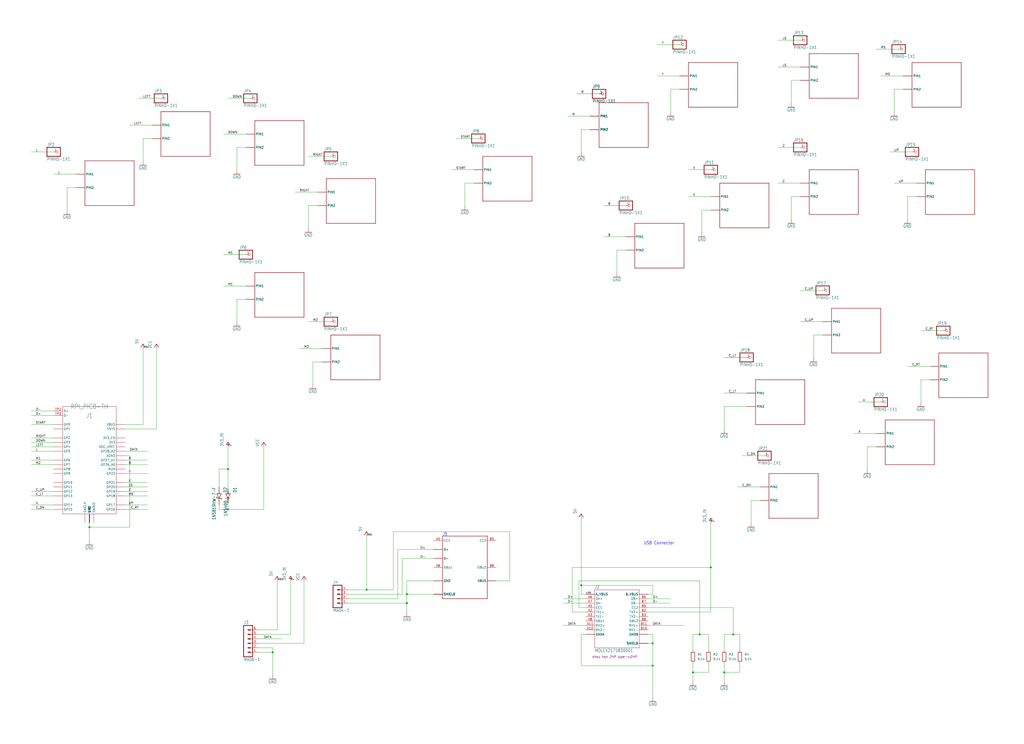
<source format=kicad_sch>
(kicad_sch (version 20231120) (generator "eeschema") (generator_version "8.0")
  (paper "User" 581.787 422.885)
  (lib_symbols
    (symbol "Device:R" (pin_numbers hide) (pin_names (offset 0))
      (property "Reference" "R" (at 2.032 0 90))
      (property "Value" "R" (at 0 0 90))
      (symbol "R_1_1"
        (pin passive line (at 0 3.81 270) (length 1.27) (name "~") (number "1"))
        (pin passive line (at 0 -3.81 90) (length 1.27) (name "~") (number "2"))
      )
    )
    (symbol "OF1 v1-eagle-import:+5V" (power)
      (property "Value" "+5V" (at -2.54 -5.08 90))
      (symbol "+5V_1_0"
        (pin power_in line (at 0 -2.54 90) (length 2.54) (name "+5V") (number "1"))
      )
    )
    (symbol "OF1 v1-eagle-import:1N5400"
      (property "Reference" "D" (at 2.54 0.4826 0))
      (property "Value" "1N5400" (at 2.54 -2.3114 0))
      (symbol "1N5400_1_0"
        (text "SpiceOrder 1" (at -2.54 0 0) (effects (font (size 0.4064 0.3454))))
        (text "SpiceOrder 2" (at 2.54 0 0) (effects (font (size 0.4064 0.3454))))
        (pin passive line (at -2.54 0 0) (length 0) (name "A") (number "A"))
        (pin passive line (at 2.54 0 180) (length 0) (name "C") (number "C"))
      )
    )
    (symbol "OF1 v1-eagle-import:1N5819HW-7-F"
      (property "Reference" "D" (at -5.08 2.54 0))
      (property "Value" "1N5819HW-7-F" (at -5.08 -3.81 0))
      (symbol "1N5819HW-7-F_1_0"
        (pin passive line (at -5.08 0 0) (length 2.54) (name "A") (number "A"))
        (pin passive line (at 5.08 0 180) (length 2.54) (name "K") (number "C"))
      )
    )
    (symbol "OF1 v1-eagle-import:GND" (power)
      (property "Value" "GND" (at -2.54 -2.54 0))
      (symbol "GND_1_0"
        (pin power_in line (at 0 2.54 270) (length 2.54) (name "GND") (number "1"))
      )
    )
    (symbol "OF1 v1-eagle-import:GT-USB-7010ASV"
      (symbol "GT-USB-7010ASV_1_0"
        (pin bidirectional line (at -10.16 -12.7 0) (length 5.08) (name "GND") (number "A1/B12"))
        (pin bidirectional line (at 25.4 -12.7 180) (length 5.08) (name "VBUS") (number "A4/B9"))
        (pin bidirectional line (at -10.16 10.16 0) (length 5.08) (name "CC1") (number "A5"))
        (pin bidirectional line (at -10.16 5.08 0) (length 5.08) (name "D+") (number "A6"))
        (pin bidirectional line (at -10.16 0 0) (length 5.08) (name "D-") (number "A7"))
        (pin bidirectional line (at -10.16 -5.08 0) (length 5.08) (name "SBU1") (number "A8"))
        (pin bidirectional line (at -10.16 -12.7 0) (length 5.08) (name "GND") (number "B1/A12"))
        (pin bidirectional line (at 25.4 -12.7 180) (length 5.08) (name "VBUS") (number "B4/A9"))
        (pin bidirectional line (at 25.4 10.16 180) (length 5.08) (name "CC2") (number "B5"))
        (pin bidirectional line (at -10.16 5.08 0) (length 5.08) (name "D+") (number "B6"))
        (pin bidirectional line (at -10.16 0 0) (length 5.08) (name "D-") (number "B7"))
        (pin bidirectional line (at 25.4 -5.08 180) (length 5.08) (name "SBU2") (number "B8"))
        (pin bidirectional line (at -10.16 -20.32 0) (length 5.08) (name "SHIELD") (number "SHIELD1"))
        (pin bidirectional line (at -10.16 -20.32 0) (length 5.08) (name "SHIELD") (number "SHIELD2"))
        (pin bidirectional line (at -10.16 -20.32 0) (length 5.08) (name "SHIELD") (number "SHIELD3"))
        (pin bidirectional line (at -10.16 -20.32 0) (length 5.08) (name "SHIELD") (number "SHIELD4"))
      )
    )
    (symbol "OF1 v1-eagle-import:MA04-1"
      (property "Reference" "SV" (at -1.27 5.842 0))
      (property "Value" "MA04-1" (at -1.27 -10.16 0))
      (symbol "MA04-1_1_0"
        (pin passive line (at 7.62 -5.08 180) (length 5.08) (name "1") (number "1"))
        (pin passive line (at 7.62 -2.54 180) (length 5.08) (name "2") (number "2"))
        (pin passive line (at 7.62 0 180) (length 5.08) (name "3") (number "3"))
        (pin passive line (at 7.62 2.54 180) (length 5.08) (name "4") (number "4"))
      )
    )
    (symbol "OF1 v1-eagle-import:MA06-1"
      (property "Reference" "SV" (at -1.27 8.382 0))
      (property "Value" "MA06-1" (at -1.27 -12.7 0))
      (symbol "MA06-1_1_0"
        (pin passive line (at 7.62 -7.62 180) (length 5.08) (name "1") (number "1"))
        (pin passive line (at 7.62 -5.08 180) (length 5.08) (name "2") (number "2"))
        (pin passive line (at 7.62 -2.54 180) (length 5.08) (name "3") (number "3"))
        (pin passive line (at 7.62 0 180) (length 5.08) (name "4") (number "4"))
        (pin passive line (at 7.62 2.54 180) (length 5.08) (name "5") (number "5"))
        (pin passive line (at 7.62 5.08 180) (length 5.08) (name "6") (number "6"))
      )
    )
    (symbol "OF1 v1-eagle-import:MOLEX2171830001"
      (property "Value" "MOLEX2171830001" (at -12.7103 -20.3344 0))
      (symbol "MOLEX2171830001_1_0"
        (pin passive line (at -17.78 -10.16 0) (length 5.08) (name "GNDA") (number "A1"))
        (pin passive line (at -17.78 -7.62 0) (length 5.08) (name "RX2-") (number "A10"))
        (pin passive line (at -17.78 -5.08 0) (length 5.08) (name "RX2+") (number "A11"))
        (pin passive line (at -17.78 -10.16 0) (length 5.08) (name "GNDA") (number "A12"))
        (pin passive line (at -17.78 2.54 0) (length 5.08) (name "TX1+") (number "A2"))
        (pin passive line (at -17.78 0 0) (length 5.08) (name "TX1-") (number "A3"))
        (pin passive line (at -17.78 12.7 0) (length 5.08) (name "A_VBUS") (number "A4"))
        (pin passive line (at -17.78 5.08 0) (length 5.08) (name "CC1") (number "A5"))
        (pin passive line (at -17.78 10.16 0) (length 5.08) (name "DA+") (number "A6"))
        (pin passive line (at -17.78 7.62 0) (length 5.08) (name "DA-") (number "A7"))
        (pin passive line (at -17.78 -2.54 0) (length 5.08) (name "SBU1") (number "A8"))
        (pin passive line (at -17.78 12.7 0) (length 5.08) (name "A_VBUS") (number "A9"))
        (pin passive line (at 17.78 -10.16 180) (length 5.08) (name "GNDB") (number "B1"))
        (pin passive line (at 17.78 -7.62 180) (length 5.08) (name "RX1-") (number "B10"))
        (pin passive line (at 17.78 -5.08 180) (length 5.08) (name "RX1+") (number "B11"))
        (pin passive line (at 17.78 -10.16 180) (length 5.08) (name "GNDB") (number "B12"))
        (pin passive line (at 17.78 2.54 180) (length 5.08) (name "TX2+") (number "B2"))
        (pin passive line (at 17.78 0 180) (length 5.08) (name "TX2-") (number "B3"))
        (pin passive line (at 17.78 12.7 180) (length 5.08) (name "B_VBUS") (number "B4"))
        (pin passive line (at 17.78 5.08 180) (length 5.08) (name "CC2") (number "B5"))
        (pin passive line (at 17.78 10.16 180) (length 5.08) (name "DB+") (number "B6"))
        (pin passive line (at 17.78 7.62 180) (length 5.08) (name "DB-") (number "B7"))
        (pin passive line (at 17.78 -2.54 180) (length 5.08) (name "SBU2") (number "B8"))
        (pin passive line (at 17.78 12.7 180) (length 5.08) (name "B_VBUS") (number "B9"))
        (pin passive line (at 17.78 -15.24 180) (length 5.08) (name "SHIELD") (number "SHIELD1"))
        (pin passive line (at 17.78 -15.24 180) (length 5.08) (name "SHIELD") (number "SHIELD2"))
        (pin passive line (at 17.78 -15.24 180) (length 5.08) (name "SHIELD") (number "SHIELD3"))
        (pin passive line (at 17.78 -15.24 180) (length 5.08) (name "SHIELD") (number "SHIELD4"))
      )
    )
    (symbol "OF1 v1-eagle-import:MX-B"
      (symbol "MX-B_1_0"
        (pin bidirectional line (at -83.82 7.62 0) (length 5.08) (name "PIN2") (number "P$1"))
        (pin bidirectional line (at -83.82 15.24 0) (length 5.08) (name "PIN1") (number "P$2"))
        (pin bidirectional line (at -83.82 15.24 0) (length 5.08) (name "PIN1") (number "P$3"))
        (pin bidirectional line (at -83.82 7.62 0) (length 5.08) (name "PIN2") (number "P$4"))
      )
    )
    (symbol "OF1 v1-eagle-import:PINHD-1X1"
      (property "Reference" "JP" (at -6.35 3.175 0))
      (property "Value" "PINHD-1X1" (at -6.35 -5.08 0))
      (symbol "PINHD-1X1_1_0"
        (pin passive inverted (at -2.54 0 0) (length 2.54) (name "1") (number "1"))
      )
    )
    (symbol "OF1 v1-eagle-import:RPI_PICO-TH"
      (property "Value" "RPI_PICO-TH" (at 0 43.18 0))
      (symbol "RPI_PICO-TH_1_0"
        (pin bidirectional line (at 20.32 15.24 180) (length 5.08) (name "3V3") (number "3V3"))
        (pin bidirectional line (at 20.32 17.78 180) (length 5.08) (name "3V3_EN") (number "3V3_EN"))
        (pin bidirectional line (at 20.32 12.7 180) (length 5.08) (name "ADC_VREF") (number "ADC_VREF"))
        (pin bidirectional line (at 20.32 7.62 180) (length 5.08) (name "AGND") (number "AGND"))
        (pin bidirectional line (at 0 -30.48 90) (length 5.08) (name "GND") (number "GND@1"))
        (pin bidirectional line (at 0 -30.48 90) (length 5.08) (name "GND") (number "GND@2"))
        (pin bidirectional line (at 0 -30.48 90) (length 5.08) (name "GND") (number "GND@3"))
        (pin bidirectional line (at 0 -30.48 90) (length 5.08) (name "GND") (number "GND@4"))
        (pin bidirectional line (at 0 -30.48 90) (length 5.08) (name "GND") (number "GND@5"))
        (pin bidirectional line (at 0 -30.48 90) (length 5.08) (name "GND") (number "GND@6"))
        (pin bidirectional line (at 0 -30.48 90) (length 5.08) (name "GND") (number "GND@7"))
        (pin bidirectional line (at 0 -30.48 90) (length 5.08) (name "GND") (number "GND@8"))
        (pin bidirectional line (at -20.32 25.4 0) (length 5.08) (name "GP0") (number "GP0"))
        (pin bidirectional line (at -20.32 22.86 0) (length 5.08) (name "GP1") (number "GP1"))
        (pin bidirectional line (at -20.32 -7.62 0) (length 5.08) (name "GP10") (number "GP10"))
        (pin bidirectional line (at -20.32 -10.16 0) (length 5.08) (name "GP11") (number "GP11"))
        (pin bidirectional line (at -20.32 -12.7 0) (length 5.08) (name "GP12") (number "GP12"))
        (pin bidirectional line (at -20.32 -15.24 0) (length 5.08) (name "GP13") (number "GP13"))
        (pin bidirectional line (at -20.32 -20.32 0) (length 5.08) (name "GP14") (number "GP14"))
        (pin bidirectional line (at -20.32 -22.86 0) (length 5.08) (name "GP15") (number "GP15"))
        (pin bidirectional line (at 20.32 -22.86 180) (length 5.08) (name "GP16") (number "GP16"))
        (pin bidirectional line (at 20.32 -20.32 180) (length 5.08) (name "GP17") (number "GP17"))
        (pin bidirectional line (at 20.32 -15.24 180) (length 5.08) (name "GP18") (number "GP18"))
        (pin bidirectional line (at 20.32 -12.7 180) (length 5.08) (name "GP19") (number "GP19"))
        (pin bidirectional line (at -20.32 17.78 0) (length 5.08) (name "GP2") (number "GP2"))
        (pin bidirectional line (at 20.32 -10.16 180) (length 5.08) (name "GP20") (number "GP20"))
        (pin bidirectional line (at 20.32 -7.62 180) (length 5.08) (name "GP21") (number "GP21"))
        (pin bidirectional line (at 20.32 -2.54 180) (length 5.08) (name "GP22") (number "GP22"))
        (pin bidirectional line (at 20.32 2.54 180) (length 5.08) (name "GP26_A0") (number "GP26_A0"))
        (pin bidirectional line (at 20.32 5.08 180) (length 5.08) (name "GP27_A1") (number "GP27_A1"))
        (pin bidirectional line (at 20.32 10.16 180) (length 5.08) (name "GP28_A2") (number "GP28_A2"))
        (pin bidirectional line (at -20.32 15.24 0) (length 5.08) (name "GP3") (number "GP3"))
        (pin bidirectional line (at -20.32 12.7 0) (length 5.08) (name "GP4") (number "GP4"))
        (pin bidirectional line (at -20.32 10.16 0) (length 5.08) (name "GP5") (number "GP5"))
        (pin bidirectional line (at -20.32 5.08 0) (length 5.08) (name "GP6") (number "GP6"))
        (pin bidirectional line (at -20.32 2.54 0) (length 5.08) (name "GP7") (number "GP7"))
        (pin bidirectional line (at -20.32 0 0) (length 5.08) (name "GP8") (number "GP8"))
        (pin bidirectional line (at -20.32 -2.54 0) (length 5.08) (name "GP9") (number "GP9"))
        (pin bidirectional line (at 20.32 0 180) (length 5.08) (name "RUN") (number "RUN"))
        (pin bidirectional line (at -2.54 -30.48 90) (length 5.08) (name "SWCLK") (number "SWCLK"))
        (pin bidirectional line (at 2.54 -30.48 90) (length 5.08) (name "SWDIO") (number "SWDIO"))
        (pin bidirectional line (at -20.32 33.02 0) (length 5.08) (name "D+") (number "TP2"))
        (pin bidirectional line (at -20.32 30.48 0) (length 5.08) (name "D-") (number "TP3"))
        (pin bidirectional line (at 20.32 25.4 180) (length 5.08) (name "VBUS") (number "VBUS"))
        (pin bidirectional line (at 20.32 22.86 180) (length 5.08) (name "VSYS") (number "VSYS"))
      )
    )
    (symbol "OF1 v1-eagle-import:V+" (power)
      (property "Value" "V+" (at -2.54 -2.54 90))
      (symbol "V+_1_0"
        (pin power_in line (at 0 -2.54 90) (length 2.54) (name "V+") (number "1"))
      )
    )
    (symbol "OF1 v1-eagle-import:VCC" (power)
      (property "Value" "VCC" (at -2.54 -2.54 90))
      (symbol "VCC_1_0"
        (pin power_in line (at 0 -2.54 90) (length 2.54) (name "VCC") (number "1"))
      )
    )
  )
  (junction (at 403.86 322.58))
  (junction (at 231.14 337.82))
  (junction (at 370.84 378.46))
  (junction (at 129.54 266.7))
  (junction (at 129.54 289.56))
  (junction (at 330.2 332.74))
  (junction (at 411.48 382.27))
  (junction (at 397.51 360.68))
  (junction (at 416.56 360.68))
  (junction (at 393.7 382.27))
  (junction (at 50.8 299.72))
  (junction (at 370.84 365.76))
  (junction (at 154.94 370.84))
  (junction (at 208.28 335.28))
  (junction (at 231.14 342.9))
  (wire (pts (xy 370.84 360.68) (xy 370.84 365.76)))
  (wire (pts (xy 454.66 104.14) (xy 441.96 104.14)))
  (wire (pts (xy 513.08 50.8) (xy 508 50.8)))
  (wire (pts (xy 81.28 78.74) (xy 81.28 91.44)))
  (wire (pts (xy 325.12 347.98) (xy 332.74 347.98)))
  (wire (pts (xy 182.88 205.74) (xy 177.8 205.74)))
  (wire (pts (xy 139.7 170.18) (xy 134.62 170.18)))
  (wire (pts (xy 246.38 337.82) (xy 231.14 337.82)))
  (wire (pts (xy 355.6 116.84) (xy 342.9 116.84)))
  (wire (pts (xy 520.7 111.76) (xy 515.62 111.76)))
  (wire (pts (xy 38.1 106.68) (xy 38.1 119.38)))
  (wire (pts (xy 424.18 231.14) (xy 411.48 231.14)))
  (wire (pts (xy 223.52 302.26) (xy 289.56 302.26)))
  (wire (pts (xy 370.84 332.74) (xy 370.84 337.82)))
  (wire (pts (xy 449.58 45.72) (xy 449.58 58.42)))
  (wire (pts (xy 420.37 377.19) (xy 420.37 382.27)))
  (wire (pts (xy 231.14 330.2) (xy 246.38 330.2)))
  (wire (pts (xy 454.66 111.76) (xy 449.58 111.76)))
  (wire (pts (xy 154.94 370.84) (xy 154.94 383.54)))
  (wire (pts (xy 165.1 360.68) (xy 147.32 360.68)))
  (wire (pts (xy 370.84 337.82) (xy 368.3 337.82)))
  (wire (pts (xy 416.56 360.68) (xy 420.37 360.68)))
  (wire (pts (xy 320.04 340.36) (xy 332.74 340.36)))
  (wire (pts (xy 289.56 302.26) (xy 289.56 330.2)))
  (wire (pts (xy 328.93 330.2) (xy 397.51 330.2)))
  (wire (pts (xy 182.88 198.12) (xy 170.18 198.12)))
  (wire (pts (xy 129.54 289.56) (xy 124.46 289.56)))
  (wire (pts (xy 289.56 330.2) (xy 281.94 330.2)))
  (wire (pts (xy 147.32 363.22) (xy 160.02 363.22)))
  (wire (pts (xy 411.48 360.68) (xy 416.56 360.68)))
  (wire (pts (xy 368.3 340.36) (xy 381 340.36)))
  (wire (pts (xy 142.24 55.88) (xy 129.54 55.88)))
  (wire (pts (xy 332.74 345.44) (xy 328.93 345.44)))
  (wire (pts (xy 403.86 119.38) (xy 398.78 119.38)))
  (wire (pts (xy 43.18 99.06) (xy 30.48 99.06)))
  (wire (pts (xy 154.94 368.3) (xy 154.94 370.84)))
  (wire (pts (xy 30.48 281.94) (xy 17.78 281.94)))
  (wire (pts (xy 368.3 342.9) (xy 381 342.9)))
  (wire (pts (xy 492.76 254) (xy 492.76 266.7)))
  (wire (pts (xy 269.24 104.14) (xy 264.16 104.14)))
  (wire (pts (xy 403.86 297.18) (xy 403.86 322.58)))
  (wire (pts (xy 175.26 116.84) (xy 175.26 129.54)))
  (wire (pts (xy 350.52 142.24) (xy 350.52 154.94)))
  (wire (pts (xy 398.78 119.38) (xy 398.78 132.08)))
  (wire (pts (xy 30.48 248.92) (xy 17.78 248.92)))
  (wire (pts (xy 228.6 317.5) (xy 246.38 317.5)))
  (wire (pts (xy 177.8 205.74) (xy 177.8 218.44)))
  (wire (pts (xy 30.48 251.46) (xy 17.78 251.46)))
  (wire (pts (xy 424.18 203.2) (xy 411.48 203.2)))
  (wire (pts (xy 420.37 360.68) (xy 420.37 369.57)))
  (wire (pts (xy 402.59 377.19) (xy 402.59 382.27)))
  (wire (pts (xy 381 50.8) (xy 381 63.5)))
  (wire (pts (xy 454.66 45.72) (xy 449.58 45.72)))
  (wire (pts (xy 226.06 340.36) (xy 198.12 340.36)))
  (wire (pts (xy 467.36 165.1) (xy 454.66 165.1)))
  (wire (pts (xy 83.82 276.86) (xy 71.12 276.86)))
  (wire (pts (xy 397.51 330.2) (xy 397.51 360.68)))
  (wire (pts (xy 497.84 246.38) (xy 485.14 246.38)))
  (wire (pts (xy 403.86 111.76) (xy 391.16 111.76)))
  (wire (pts (xy 355.6 134.62) (xy 342.9 134.62)))
  (wire (pts (xy 81.28 198.12) (xy 81.28 241.3)))
  (wire (pts (xy 124.46 289.56) (xy 124.46 287.02)))
  (wire (pts (xy 180.34 109.22) (xy 167.64 109.22)))
  (wire (pts (xy 320.04 342.9) (xy 332.74 342.9)))
  (wire (pts (xy 73.66 259.08) (xy 73.66 299.72)))
  (wire (pts (xy 134.62 170.18) (xy 134.62 182.88)))
  (wire (pts (xy 50.8 297.18) (xy 50.8 299.72)))
  (wire (pts (xy 208.28 335.28) (xy 223.52 335.28)))
  (wire (pts (xy 165.1 330.2) (xy 165.1 360.68)))
  (wire (pts (xy 426.72 284.48) (xy 426.72 297.18)))
  (wire (pts (xy 88.9 243.84) (xy 71.12 243.84)))
  (wire (pts (xy 325.12 322.58) (xy 325.12 347.98)))
  (wire (pts (xy 50.8 299.72) (xy 50.8 307.34)))
  (wire (pts (xy 124.46 266.7) (xy 124.46 276.86)))
  (wire (pts (xy 449.58 111.76) (xy 449.58 124.46)))
  (wire (pts (xy 431.8 284.48) (xy 426.72 284.48)))
  (wire (pts (xy 30.48 241.3) (xy 17.78 241.3)))
  (wire (pts (xy 86.36 78.74) (xy 81.28 78.74)))
  (wire (pts (xy 402.59 382.27) (xy 393.7 382.27)))
  (wire (pts (xy 355.6 142.24) (xy 350.52 142.24)))
  (wire (pts (xy 147.32 370.84) (xy 154.94 370.84)))
  (wire (pts (xy 226.06 312.42) (xy 246.38 312.42)))
  (wire (pts (xy 515.62 111.76) (xy 515.62 124.46)))
  (wire (pts (xy 518.16 86.36) (xy 505.46 86.36)))
  (wire (pts (xy 411.48 360.68) (xy 411.48 369.57)))
  (wire (pts (xy 332.74 360.68) (xy 330.2 360.68)))
  (wire (pts (xy 271.78 78.74) (xy 259.08 78.74)))
  (wire (pts (xy 172.72 330.2) (xy 172.72 365.76)))
  (wire (pts (xy 83.82 279.4) (xy 71.12 279.4)))
  (wire (pts (xy 30.48 287.02) (xy 17.78 287.02)))
  (wire (pts (xy 228.6 337.82) (xy 198.12 337.82)))
  (wire (pts (xy 187.96 182.88) (xy 175.26 182.88)))
  (wire (pts (xy 129.54 266.7) (xy 129.54 279.4)))
  (wire (pts (xy 83.82 274.32) (xy 71.12 274.32)))
  (wire (pts (xy 411.48 377.19) (xy 411.48 382.27)))
  (wire (pts (xy 510.54 27.94) (xy 497.84 27.94)))
  (wire (pts (xy 330.2 294.64) (xy 330.2 332.74)))
  (wire (pts (xy 454.66 83.82) (xy 441.96 83.82)))
  (wire (pts (xy 528.32 208.28) (xy 515.62 208.28)))
  (wire (pts (xy 226.06 340.36) (xy 226.06 312.42)))
  (wire (pts (xy 420.37 382.27) (xy 411.48 382.27)))
  (wire (pts (xy 30.48 289.56) (xy 17.78 289.56)))
  (wire (pts (xy 231.14 342.9) (xy 198.12 342.9)))
  (wire (pts (xy 88.9 198.12) (xy 88.9 243.84)))
  (wire (pts (xy 83.82 261.62) (xy 71.12 261.62)))
  (wire (pts (xy 30.48 86.36) (xy 17.78 86.36)))
  (wire (pts (xy 368.3 355.6) (xy 388.62 355.6)))
  (wire (pts (xy 71.12 259.08) (xy 73.66 259.08)))
  (wire (pts (xy 424.18 223.52) (xy 411.48 223.52)))
  (wire (pts (xy 386.08 25.4) (xy 373.38 25.4)))
  (wire (pts (xy 71.12 256.54) (xy 83.82 256.54)))
  (wire (pts (xy 91.44 55.88) (xy 78.74 55.88)))
  (wire (pts (xy 157.48 358.14) (xy 147.32 358.14)))
  (wire (pts (xy 340.36 53.34) (xy 327.66 53.34)))
  (wire (pts (xy 332.74 337.82) (xy 330.2 337.82)))
  (wire (pts (xy 434.34 259.08) (xy 421.64 259.08)))
  (wire (pts (xy 139.7 162.56) (xy 127 162.56)))
  (wire (pts (xy 30.48 264.16) (xy 17.78 264.16)))
  (wire (pts (xy 368.3 365.76) (xy 370.84 365.76)))
  (wire (pts (xy 83.82 281.94) (xy 71.12 281.94)))
  (wire (pts (xy 411.48 382.27) (xy 411.48 387.35)))
  (wire (pts (xy 129.54 289.56) (xy 149.86 289.56)))
  (wire (pts (xy 129.54 254) (xy 129.54 266.7)))
  (wire (pts (xy 231.14 342.9) (xy 231.14 347.98)))
  (wire (pts (xy 83.82 269.24) (xy 71.12 269.24)))
  (wire (pts (xy 403.86 96.52) (xy 391.16 96.52)))
  (wire (pts (xy 386.08 50.8) (xy 381 50.8)))
  (wire (pts (xy 147.32 368.3) (xy 154.94 368.3)))
  (wire (pts (xy 335.28 73.66) (xy 330.2 73.66)))
  (wire (pts (xy 223.52 335.28) (xy 223.52 302.26)))
  (wire (pts (xy 467.36 190.5) (xy 462.28 190.5)))
  (wire (pts (xy 129.54 266.7) (xy 124.46 266.7)))
  (wire (pts (xy 30.48 236.22) (xy 17.78 236.22)))
  (wire (pts (xy 500.38 228.6) (xy 487.68 228.6)))
  (wire (pts (xy 330.2 332.74) (xy 370.84 332.74)))
  (wire (pts (xy 30.48 256.54) (xy 17.78 256.54)))
  (wire (pts (xy 264.16 104.14) (xy 264.16 116.84)))
  (wire (pts (xy 403.86 322.58) (xy 325.12 322.58)))
  (wire (pts (xy 403.86 322.58) (xy 403.86 347.98)))
  (wire (pts (xy 149.86 254) (xy 149.86 289.56)))
  (wire (pts (xy 228.6 317.5) (xy 228.6 337.82)))
  (wire (pts (xy 43.18 106.68) (xy 38.1 106.68)))
  (wire (pts (xy 83.82 264.16) (xy 71.12 264.16)))
  (wire (pts (xy 139.7 144.78) (xy 127 144.78)))
  (wire (pts (xy 157.48 330.2) (xy 157.48 358.14)))
  (wire (pts (xy 172.72 365.76) (xy 147.32 365.76)))
  (wire (pts (xy 139.7 83.82) (xy 134.62 83.82)))
  (wire (pts (xy 508 50.8) (xy 508 63.5)))
  (wire (pts (xy 393.7 360.68) (xy 397.51 360.68)))
  (wire (pts (xy 431.8 276.86) (xy 419.1 276.86)))
  (wire (pts (xy 454.66 38.1) (xy 441.96 38.1)))
  (wire (pts (xy 416.56 345.44) (xy 416.56 360.68)))
  (wire (pts (xy 402.59 360.68) (xy 402.59 369.57)))
  (wire (pts (xy 83.82 287.02) (xy 71.12 287.02)))
  (wire (pts (xy 368.3 360.68) (xy 370.84 360.68)))
  (wire (pts (xy 523.24 215.9) (xy 523.24 228.6)))
  (wire (pts (xy 30.48 233.68) (xy 17.78 233.68)))
  (wire (pts (xy 330.2 360.68) (xy 330.2 378.46)))
  (wire (pts (xy 139.7 76.2) (xy 127 76.2)))
  (wire (pts (xy 370.84 365.76) (xy 370.84 378.46)))
  (wire (pts (xy 462.28 190.5) (xy 462.28 203.2)))
  (wire (pts (xy 528.32 215.9) (xy 523.24 215.9)))
  (wire (pts (xy 30.48 279.4) (xy 17.78 279.4)))
  (wire (pts (xy 81.28 241.3) (xy 71.12 241.3)))
  (wire (pts (xy 231.14 330.2) (xy 231.14 337.82)))
  (wire (pts (xy 129.54 284.48) (xy 129.54 289.56)))
  (wire (pts (xy 467.36 182.88) (xy 454.66 182.88)))
  (wire (pts (xy 269.24 96.52) (xy 256.54 96.52)))
  (wire (pts (xy 535.94 187.96) (xy 523.24 187.96)))
  (wire (pts (xy 393.7 377.19) (xy 393.7 382.27)))
  (wire (pts (xy 208.28 304.8) (xy 208.28 335.28)))
  (wire (pts (xy 71.12 289.56) (xy 83.82 289.56)))
  (wire (pts (xy 208.28 335.28) (xy 198.12 335.28)))
  (wire (pts (xy 403.86 347.98) (xy 368.3 347.98)))
  (wire (pts (xy 520.7 104.14) (xy 508 104.14)))
  (wire (pts (xy 320.04 355.6) (xy 332.74 355.6)))
  (wire (pts (xy 411.48 231.14) (xy 411.48 243.84)))
  (wire (pts (xy 231.14 337.82) (xy 231.14 342.9)))
  (wire (pts (xy 134.62 83.82) (xy 134.62 96.52)))
  (wire (pts (xy 368.3 345.44) (xy 416.56 345.44)))
  (wire (pts (xy 86.36 71.12) (xy 73.66 71.12)))
  (wire (pts (xy 397.51 360.68) (xy 402.59 360.68)))
  (wire (pts (xy 330.2 337.82) (xy 330.2 332.74)))
  (wire (pts (xy 335.28 66.04) (xy 322.58 66.04)))
  (wire (pts (xy 187.96 88.9) (xy 175.26 88.9)))
  (wire (pts (xy 370.84 378.46) (xy 370.84 396.24)))
  (wire (pts (xy 30.48 261.62) (xy 17.78 261.62)))
  (wire (pts (xy 393.7 360.68) (xy 393.7 369.57)))
  (wire (pts (xy 513.08 43.18) (xy 500.38 43.18)))
  (wire (pts (xy 454.66 22.86) (xy 441.96 22.86)))
  (wire (pts (xy 497.84 254) (xy 492.76 254)))
  (wire (pts (xy 180.34 116.84) (xy 175.26 116.84)))
  (wire (pts (xy 330.2 73.66) (xy 330.2 86.36)))
  (wire (pts (xy 393.7 382.27) (xy 393.7 387.35)))
  (wire (pts (xy 73.66 299.72) (xy 50.8 299.72)))
  (wire (pts (xy 330.2 378.46) (xy 370.84 378.46)))
  (wire (pts (xy 328.93 345.44) (xy 328.93 330.2)))
  (wire (pts (xy 30.48 254) (xy 17.78 254)))
  (wire (pts (xy 386.08 43.18) (xy 373.38 43.18)))
  (text "J5" (at 251.46 304.8 0) (effects (font (size 1.778 1.5113)) (justify left bottom)))
  (text "USB Connector" (at 365.76 309.88 0) (effects (font (size 1.778 1.5113)) (justify left bottom)))
  (label "LEFT" (at 20.32 254 0) (effects (font (size 1.2446 1.2446))))
  (label "START" (at 261.62 78.74 0) (effects (font (size 1.2446 1.2446))))
  (label "R" (at 73.025 261.62 0) (effects (font (size 1.2446 1.2446))))
  (label "START" (at 20.32 241.3 0) (effects (font (size 1.2446 1.2446))))
  (label "D+" (at 322.58 340.36 0) (effects (font (size 1.2446 1.2446))))
  (label "M2" (at 172.72 198.12 0) (effects (font (size 1.2446 1.2446))))
  (label "LEFT" (at 76.2 71.12 0) (effects (font (size 1.2446 1.2446))))
  (label "C_DN" (at 424.18 259.08 0) (effects (font (size 1.2446 1.2446))))
  (label "C_UP" (at 457.2 182.88 0) (effects (font (size 1.2446 1.2446))))
  (label "DOWN" (at 20.32 251.46 0) (effects (font (size 1.2446 1.2446))))
  (label "DOWN" (at 129.54 76.2 0) (effects (font (size 1.2446 1.2446))))
  (label "L" (at 20.32 86.36 0) (effects (font (size 1.2446 1.2446))))
  (label "D-" (at 322.58 342.9 0) (effects (font (size 1.2446 1.2446))))
  (label "B" (at 345.44 134.62 0) (effects (font (size 1.2446 1.2446))))
  (label "DATA" (at 149.86 363.22 0) (effects (font (size 1.2446 1.2446))))
  (label "M2" (at 20.32 264.16 0) (effects (font (size 1.2446 1.2446))))
  (label "+5V" (at 81.28 198.12 0) (effects (font (size 1.016 1.016))))
  (label "Y" (at 375.92 25.4 0) (effects (font (size 1.2446 1.2446))))
  (label "DATA" (at 370.84 355.6 0) (effects (font (size 1.2446 1.2446))))
  (label "C_LT" (at 414.02 223.52 0) (effects (font (size 1.2446 1.2446))))
  (label "M1" (at 20.32 261.62 0) (effects (font (size 1.2446 1.2446))))
  (label "B" (at 73.025 264.16 0) (effects (font (size 1.2446 1.2446))))
  (label "D-" (at 238.76 317.5 0) (effects (font (size 1.2446 1.2446))))
  (label "C_LT" (at 20.32 281.94 0) (effects (font (size 1.2446 1.2446))))
  (label "X" (at 73.025 274.32 0) (effects (font (size 1.2446 1.2446))))
  (label "MS" (at 73.025 281.94 0) (effects (font (size 1.2446 1.2446))))
  (label "Z" (at 73.025 279.4 0) (effects (font (size 1.2446 1.2446))))
  (label "C_UP" (at 20.32 279.4 0) (effects (font (size 1.2446 1.2446))))
  (label "DATA" (at 322.58 355.6 0) (effects (font (size 1.2446 1.2446))))
  (label "+5V" (at 332.74 337.82 0) (effects (font (size 1.016 1.016))))
  (label "UP" (at 510.54 104.14 0) (effects (font (size 1.2446 1.2446))))
  (label "X" (at 393.7 111.76 0) (effects (font (size 1.2446 1.2446))))
  (label "D+" (at 238.76 312.42 0) (effects (font (size 1.2446 1.2446))))
  (label "M1" (at 129.54 144.78 0) (effects (font (size 1.2446 1.2446))))
  (label "X" (at 393.7 96.52 0) (effects (font (size 1.2446 1.2446))))
  (label "R" (at 330.2 53.34 0) (effects (font (size 1.2446 1.2446))))
  (label "A" (at 20.32 287.02 0) (effects (font (size 1.2446 1.2446))))
  (label "LEFT" (at 81.28 55.88 0) (effects (font (size 1.2446 1.2446))))
  (label "M1" (at 129.54 162.56 0) (effects (font (size 1.2446 1.2446))))
  (label "C_RT" (at 518.16 208.28 0) (effects (font (size 1.2446 1.2446))))
  (label "LS" (at 73.025 276.86 0) (effects (font (size 1.2446 1.2446))))
  (label "+5V" (at 157.48 330.2 0) (effects (font (size 1.016 1.016))))
  (label "D-" (at 370.84 342.9 0) (effects (font (size 1.2446 1.2446))))
  (label "LS" (at 444.5 38.1 0) (effects (font (size 1.2446 1.2446))))
  (label "D+" (at 370.84 340.36 0) (effects (font (size 1.2446 1.2446))))
  (label "C_UP" (at 457.2 165.1 0) (effects (font (size 1.2446 1.2446))))
  (label "R" (at 325.12 66.04 0) (effects (font (size 1.2446 1.2446))))
  (label "C_DN" (at 20.32 289.56 0) (effects (font (size 1.2446 1.2446))))
  (label "Z" (at 444.5 83.82 0) (effects (font (size 1.2446 1.2446))))
  (label "C_DN" (at 421.64 276.86 0) (effects (font (size 1.2446 1.2446))))
  (label "C_RT" (at 525.78 187.96 0) (effects (font (size 1.2446 1.2446))))
  (label "Y" (at 73.025 269.24 0) (effects (font (size 1.2446 1.2446))))
  (label "DOWN" (at 132.08 55.88 0) (effects (font (size 1.2446 1.2446))))
  (label "RIGHT" (at 170.18 109.22 0) (effects (font (size 1.2446 1.2446))))
  (label "V+" (at 165.1 330.2 0) (effects (font (size 1.016 1.016))))
  (label "RIGHT" (at 177.8 88.9 0) (effects (font (size 1.2446 1.2446))))
  (label "B" (at 345.44 116.84 0) (effects (font (size 1.2446 1.2446))))
  (label "L" (at 20.32 256.54 0) (effects (font (size 1.2446 1.2446))))
  (label "START" (at 259.08 96.52 0) (effects (font (size 1.2446 1.2446))))
  (label "V+" (at 129.54 254 0) (effects (font (size 1.016 1.016))))
  (label "A" (at 487.68 246.38 0) (effects (font (size 1.2446 1.2446))))
  (label "C_LT" (at 414.02 203.2 0) (effects (font (size 1.2446 1.2446))))
  (label "V+" (at 403.86 297.18 0) (effects (font (size 1.016 1.016))))
  (label "C_RT" (at 74.295 289.56 0) (effects (font (size 1.2446 1.2446))))
  (label "RIGHT" (at 20.32 248.92 0) (effects (font (size 1.2446 1.2446))))
  (label "Z" (at 444.5 104.14 0) (effects (font (size 1.2446 1.2446))))
  (label "L" (at 33.02 99.06 0) (effects (font (size 1.2446 1.2446))))
  (label "UP" (at 73.025 287.02 0) (effects (font (size 1.2446 1.2446))))
  (label "D+" (at 20.32 236.22 0) (effects (font (size 1.2446 1.2446))))
  (label "Y" (at 375.92 43.18 0) (effects (font (size 1.2446 1.2446))))
  (label "MS" (at 500.38 27.94 0) (effects (font (size 1.2446 1.2446))))
  (label "LS" (at 444.5 22.86 0) (effects (font (size 1.2446 1.2446))))
  (label "D-" (at 20.32 233.68 0) (effects (font (size 1.2446 1.2446))))
  (label "DATA" (at 73.66 256.54 0) (effects (font (size 1.2446 1.2446))))
  (label "+5V" (at 208.28 304.8 0) (effects (font (size 1.016 1.016))))
  (label "UP" (at 508 86.36 0) (effects (font (size 1.2446 1.2446))))
  (label "A" (at 490.22 228.6 0) (effects (font (size 1.2446 1.2446))))
  (label "M2" (at 177.8 182.88 0) (effects (font (size 1.2446 1.2446))))
  (label "MS" (at 502.92 43.18 0) (effects (font (size 1.2446 1.2446))))
  (symbol (lib_id "OF1 v1-eagle-import:V+") (at 129.54 251.46 0) (unit 1)
    (property "Reference" "#P+03" (effects (hide yes)))
    (property "Value" "3V3_IN" (at 127 254 90) (effects (font (size 1.778 1.5113)) (justify left bottom)))
    (property "Footprint" "OF1 v1:" (effects (hide yes)))
  )
  (symbol (lib_id "OF1 v1-eagle-import:PINHD-1X1") (at 142.24 144.78 0) (unit 1)
    (property "Reference" "JP6" (at 135.89 141.605 0) (effects (font (size 1.778 1.5113)) (justify left bottom)))
    (property "Value" "PINHD-1X1" (at 135.89 149.86 0) (effects (font (size 1.778 1.5113)) (justify left bottom)))
    (property "Footprint" "OF1 v1:1X01" (effects (hide yes)))
  )
  (symbol (lib_id "OF1 v1-eagle-import:1N5400") (at 129.54 281.94 270) (unit 1)
    (property "Reference" "D1" (at 132.5626 276.86 0) (effects (font (size 1.778 1.5113)) (justify left bottom)))
    (property "Value" "1N5400" (at 127.2286 284.48 0) (effects (font (size 1.778 1.5113)) (justify left bottom)))
    (property "Footprint" "OF1 v1:DO201-15" (effects (hide yes)))
  )
  (symbol (lib_id "OF1 v1-eagle-import:PINHD-1X1") (at 457.2 83.82 0) (unit 1)
    (property "Reference" "JP16" (at 450.85 80.645 0) (effects (font (size 1.778 1.5113)) (justify left bottom)))
    (property "Value" "PINHD-1X1" (at 450.85 88.9 0) (effects (font (size 1.778 1.5113)) (justify left bottom)))
    (property "Footprint" "OF1 v1:1X01" (effects (hide yes)))
  )
  (symbol (lib_id "OF1 v1-eagle-import:PINHD-1X1") (at 274.32 78.74 0) (unit 1)
    (property "Reference" "JP8" (at 267.97 75.565 0) (effects (font (size 1.778 1.5113)) (justify left bottom)))
    (property "Value" "PINHD-1X1" (at 267.97 83.82 0) (effects (font (size 1.778 1.5113)) (justify left bottom)))
    (property "Footprint" "OF1 v1:1X01" (effects (hide yes)))
  )
  (symbol (lib_id "OF1 v1-eagle-import:GND") (at 426.72 299.72 0) (unit 1)
    (property "Reference" "#GND028" (effects (hide yes)))
    (property "Value" "GND" (at 424.18 302.26 0) (effects (font (size 1.778 1.5113)) (justify left bottom)))
    (property "Footprint" "OF1 v1:" (effects (hide yes)))
  )
  (symbol (lib_id "Device:R") (at 411.48 373.38 0) (unit 1)
    (property "Reference" "R3" (at 414.02 372.1099 0) (effects (justify left)))
    (property "Value" "5.1k" (at 414.02 374.6499 0) (effects (justify left)))
    (property "Footprint" "Resistor_THT:R_Axial_DIN0207_L6.3mm_D2.5mm_P7.62mm_Horizontal" (effects (hide yes)))
  )
  (symbol (lib_id "OF1 v1-eagle-import:PINHD-1X1") (at 502.92 228.6 0) (unit 1)
    (property "Reference" "JP20" (at 496.57 225.425 0) (effects (font (size 1.778 1.5113)) (justify left bottom)))
    (property "Value" "PINHD-1X1" (at 496.57 233.68 0) (effects (font (size 1.778 1.5113)) (justify left bottom)))
    (property "Footprint" "OF1 v1:1X01" (effects (hide yes)))
  )
  (symbol (lib_id "OF1 v1-eagle-import:GND") (at 370.84 398.78 0) (mirror y) (unit 1)
    (property "Reference" "#GND034" (effects (hide yes)))
    (property "Value" "GND" (at 373.38 401.32 0) (effects (font (size 1.778 1.5113)) (justify left bottom)))
    (property "Footprint" "OF1 v1:" (effects (hide yes)))
  )
  (symbol (lib_id "OF1 v1-eagle-import:GND") (at 231.14 350.52 0) (mirror y) (unit 1)
    (property "Reference" "#GND02" (effects (hide yes)))
    (property "Value" "GND" (at 233.68 353.06 0) (effects (font (size 1.778 1.5113)) (justify left bottom)))
    (property "Footprint" "OF1 v1:" (effects (hide yes)))
  )
  (symbol (lib_id "OF1 v1-eagle-import:MX-B") (at 487.68 127 0) (unit 1)
    (property "Reference" "U$14" (effects (hide yes)))
    (property "Value" "MX-B" (effects (hide yes)))
    (property "Footprint" "OF1 v1:MX-BOTH" (effects (hide yes)))
  )
  (symbol (lib_id "OF1 v1-eagle-import:GND") (at 393.7 389.89 0) (unit 1)
    (property "Reference" "#GND0102" (effects (hide yes)))
    (property "Value" "GND" (at 391.16 392.43 0) (effects (font (size 1.778 1.5113)) (justify left bottom)))
    (property "Footprint" "OF1 v1:" (effects (hide yes)))
  )
  (symbol (lib_id "OF1 v1-eagle-import:MX-B") (at 223.52 91.44 0) (unit 1)
    (property "Reference" "U$4" (effects (hide yes)))
    (property "Value" "MX-B" (effects (hide yes)))
    (property "Footprint" "OF1 v1:MX-BOTH" (effects (hide yes)))
  )
  (symbol (lib_id "OF1 v1-eagle-import:VCC") (at 88.9 195.58 0) (unit 1)
    (property "Reference" "#P+08" (effects (hide yes)))
    (property "Value" "VCC" (at 86.36 198.12 90) (effects (font (size 1.778 1.5113)) (justify left bottom)))
    (property "Footprint" "OF1 v1:" (effects (hide yes)))
  )
  (symbol (lib_id "OF1 v1-eagle-import:MX-B") (at 581.66 261.62 0) (unit 1)
    (property "Reference" "U$20" (effects (hide yes)))
    (property "Value" "MX-B" (effects (hide yes)))
    (property "Footprint" "OF1 v1:MX-BOTH" (effects (hide yes)))
  )
  (symbol (lib_id "OF1 v1-eagle-import:GND") (at 50.8 309.88 0) (unit 1)
    (property "Reference" "#GND03" (effects (hide yes)))
    (property "Value" "GND" (at 48.26 312.42 0) (effects (font (size 1.778 1.5113)) (justify left bottom)))
    (property "Footprint" "OF1 v1:" (effects (hide yes)))
  )
  (symbol (lib_id "OF1 v1-eagle-import:GND") (at 350.52 157.48 0) (unit 1)
    (property "Reference" "#GND017" (effects (hide yes)))
    (property "Value" "GND" (at 347.98 160.02 0) (effects (font (size 1.778 1.5113)) (justify left bottom)))
    (property "Footprint" "OF1 v1:" (effects (hide yes)))
  )
  (symbol (lib_id "OF1 v1-eagle-import:GND") (at 134.62 99.06 0) (unit 1)
    (property "Reference" "#GND011" (effects (hide yes)))
    (property "Value" "GND" (at 132.08 101.6 0) (effects (font (size 1.778 1.5113)) (justify left bottom)))
    (property "Footprint" "OF1 v1:" (effects (hide yes)))
  )
  (symbol (lib_id "OF1 v1-eagle-import:PINHD-1X1") (at 342.9 53.34 0) (unit 1)
    (property "Reference" "JP9" (at 336.55 50.165 0) (effects (font (size 1.778 1.5113)) (justify left bottom)))
    (property "Value" "PINHD-1X1" (at 336.55 58.42 0) (effects (font (size 1.778 1.5113)) (justify left bottom)))
    (property "Footprint" "OF1 v1:1X01" (effects (hide yes)))
  )
  (symbol (lib_id "OF1 v1-eagle-import:VCC") (at 149.86 251.46 0) (unit 1)
    (property "Reference" "#P+05" (effects (hide yes)))
    (property "Value" "VCC" (at 147.32 254 90) (effects (font (size 1.778 1.5113)) (justify left bottom)))
    (property "Footprint" "OF1 v1:" (effects (hide yes)))
  )
  (symbol (lib_id "OF1 v1-eagle-import:MX-B") (at 266.7 213.36 0) (unit 1)
    (property "Reference" "U$7" (effects (hide yes)))
    (property "Value" "MX-B" (effects (hide yes)))
    (property "Footprint" "OF1 v1:MX-BOTH" (effects (hide yes)))
  )
  (symbol (lib_id "OF1 v1-eagle-import:GND") (at 264.16 119.38 0) (unit 1)
    (property "Reference" "#GND015" (effects (hide yes)))
    (property "Value" "GND" (at 261.62 121.92 0) (effects (font (size 1.778 1.5113)) (justify left bottom)))
    (property "Footprint" "OF1 v1:" (effects (hide yes)))
  )
  (symbol (lib_id "OF1 v1-eagle-import:MA04-1") (at 190.5 337.82 0) (unit 1)
    (property "Reference" "J4" (at 189.23 331.978 0) (effects (font (size 1.778 1.5113)) (justify left bottom)))
    (property "Value" "MA04-1" (at 189.23 347.98 0) (effects (font (size 1.778 1.5113)) (justify left bottom)))
    (property "Footprint" "OF1 v1:MA04-1" (effects (hide yes)))
  )
  (symbol (lib_id "OF1 v1-eagle-import:MX-B") (at 508 238.76 0) (unit 1)
    (property "Reference" "U$18" (effects (hide yes)))
    (property "Value" "MX-B" (effects (hide yes)))
    (property "Footprint" "OF1 v1:MX-BOTH" (effects (hide yes)))
  )
  (symbol (lib_id "OF1 v1-eagle-import:GND") (at 175.26 132.08 0) (unit 1)
    (property "Reference" "#GND013" (effects (hide yes)))
    (property "Value" "GND" (at 172.72 134.62 0) (effects (font (size 1.778 1.5113)) (justify left bottom)))
    (property "Footprint" "OF1 v1:" (effects (hide yes)))
  )
  (symbol (lib_id "OF1 v1-eagle-import:RPI_PICO-TH") (at 50.8 266.7 0) (unit 1)
    (property "Reference" "J1" (at 50.8 236.22 0) (effects (font (size 2.54 2.159))))
    (property "Value" "RPI_PICO-TH" (at 50.8 231.14 0) (effects (font (size 2.54 2.159))))
    (property "Footprint" "OF1 v1:RPI_PICO_TH" (effects (hide yes)))
  )
  (symbol (lib_id "OF1 v1-eagle-import:V+") (at 165.1 327.66 0) (unit 1)
    (property "Reference" "#P+01" (effects (hide yes)))
    (property "Value" "3V3_IN" (at 162.56 330.2 90) (effects (font (size 1.778 1.5113)) (justify left bottom)))
    (property "Footprint" "OF1 v1:" (effects (hide yes)))
  )
  (symbol (lib_id "OF1 v1-eagle-import:GND") (at 508 66.04 0) (unit 1)
    (property "Reference" "#GND023" (effects (hide yes)))
    (property "Value" "GND" (at 505.46 68.58 0) (effects (font (size 1.778 1.5113)) (justify left bottom)))
    (property "Footprint" "OF1 v1:" (effects (hide yes)))
  )
  (symbol (lib_id "OF1 v1-eagle-import:GND") (at 411.48 246.38 0) (unit 1)
    (property "Reference" "#GND024" (effects (hide yes)))
    (property "Value" "GND" (at 408.94 248.92 0) (effects (font (size 1.778 1.5113)) (justify left bottom)))
    (property "Footprint" "OF1 v1:" (effects (hide yes)))
  )
  (symbol (lib_id "OF1 v1-eagle-import:GND") (at 523.24 231.14 0) (unit 1)
    (property "Reference" "#GND026" (effects (hide yes)))
    (property "Value" "GND" (at 520.7 233.68 0) (effects (font (size 1.778 1.5113)) (justify left bottom)))
    (property "Footprint" "OF1 v1:" (effects (hide yes)))
  )
  (symbol (lib_id "OF1 v1-eagle-import:V+") (at 403.86 294.64 0) (unit 1)
    (property "Reference" "#P+06" (effects (hide yes)))
    (property "Value" "3V3_IN" (at 401.32 297.18 90) (effects (font (size 1.778 1.5113)) (justify left bottom)))
    (property "Footprint" "OF1 v1:" (effects (hide yes)))
  )
  (symbol (lib_id "OF1 v1-eagle-import:GND") (at 154.94 386.08 0) (unit 1)
    (property "Reference" "#GND01" (effects (hide yes)))
    (property "Value" "GND" (at 152.4 388.62 0) (effects (font (size 1.778 1.5113)) (justify left bottom)))
    (property "Footprint" "OF1 v1:" (effects (hide yes)))
  )
  (symbol (lib_id "OF1 v1-eagle-import:GND") (at 134.62 185.42 0) (unit 1)
    (property "Reference" "#GND012" (effects (hide yes)))
    (property "Value" "GND" (at 132.08 187.96 0) (effects (font (size 1.778 1.5113)) (justify left bottom)))
    (property "Footprint" "OF1 v1:" (effects (hide yes)))
  )
  (symbol (lib_id "OF1 v1-eagle-import:PINHD-1X1") (at 513.08 27.94 0) (unit 1)
    (property "Reference" "JP14" (at 506.73 24.765 0) (effects (font (size 1.778 1.5113)) (justify left bottom)))
    (property "Value" "PINHD-1X1" (at 506.73 33.02 0) (effects (font (size 1.778 1.5113)) (justify left bottom)))
    (property "Footprint" "OF1 v1:1X01" (effects (hide yes)))
  )
  (symbol (lib_id "OF1 v1-eagle-import:PINHD-1X1") (at 190.5 88.9 0) (unit 1)
    (property "Reference" "JP5" (at 184.15 85.725 0) (effects (font (size 1.778 1.5113)) (justify left bottom)))
    (property "Value" "PINHD-1X1" (at 184.15 93.98 0) (effects (font (size 1.778 1.5113)) (justify left bottom)))
    (property "Footprint" "OF1 v1:1X01" (effects (hide yes)))
  )
  (symbol (lib_id "OF1 v1-eagle-import:GND") (at 381 66.04 0) (unit 1)
    (property "Reference" "#GND021" (effects (hide yes)))
    (property "Value" "GND" (at 378.46 68.58 0) (effects (font (size 1.778 1.5113)) (justify left bottom)))
    (property "Footprint" "OF1 v1:" (effects (hide yes)))
  )
  (symbol (lib_id "OF1 v1-eagle-import:MX-B") (at 515.62 292.1 0) (unit 1)
    (property "Reference" "U$21" (effects (hide yes)))
    (property "Value" "MX-B" (effects (hide yes)))
    (property "Footprint" "OF1 v1:MX-BOTH" (effects (hide yes)))
  )
  (symbol (lib_id "OF1 v1-eagle-import:GND") (at 462.28 205.74 0) (unit 1)
    (property "Reference" "#GND025" (effects (hide yes)))
    (property "Value" "GND" (at 459.74 208.28 0) (effects (font (size 1.778 1.5113)) (justify left bottom)))
    (property "Footprint" "OF1 v1:" (effects (hide yes)))
  )
  (symbol (lib_id "OF1 v1-eagle-import:GND") (at 449.58 60.96 0) (unit 1)
    (property "Reference" "#GND022" (effects (hide yes)))
    (property "Value" "GND" (at 447.04 63.5 0) (effects (font (size 1.778 1.5113)) (justify left bottom)))
    (property "Footprint" "OF1 v1:" (effects (hide yes)))
  )
  (symbol (lib_id "OF1 v1-eagle-import:GND") (at 38.1 121.92 0) (unit 1)
    (property "Reference" "#GND09" (effects (hide yes)))
    (property "Value" "GND" (at 35.56 124.46 0) (effects (font (size 1.778 1.5113)) (justify left bottom)))
    (property "Footprint" "OF1 v1:" (effects (hide yes)))
  )
  (symbol (lib_id "OF1 v1-eagle-import:1N5819HW-7-F") (at 124.46 281.94 270) (unit 1)
    (property "Reference" "D2" (at 127 276.86 0) (effects (font (size 1.778 1.5113)) (justify left bottom)))
    (property "Value" "1N5819HW-7-F" (at 120.65 276.86 0) (effects (font (size 1.778 1.5113)) (justify left bottom)))
    (property "Footprint" "OF1 v1:SOD3715X145N" (effects (hide yes)))
  )
  (symbol (lib_id "OF1 v1-eagle-import:+5V") (at 81.28 195.58 0) (unit 1)
    (property "Reference" "#P+09" (effects (hide yes)))
    (property "Value" "5V" (at 78.74 195.58 90) (effects (font (size 1.778 1.5113)) (justify left bottom)))
    (property "Footprint" "OF1 v1:" (effects (hide yes)))
  )
  (symbol (lib_id "OF1 v1-eagle-import:+5V") (at 208.28 302.26 0) (unit 1)
    (property "Reference" "#P+010" (effects (hide yes)))
    (property "Value" "5V" (at 205.74 302.26 90) (effects (font (size 1.778 1.5113)) (justify left bottom)))
    (property "Footprint" "OF1 v1:" (effects (hide yes)))
  )
  (symbol (lib_id "OF1 v1-eagle-import:MX-B") (at 223.52 177.8 0) (unit 1)
    (property "Reference" "U$6" (effects (hide yes)))
    (property "Value" "MX-B" (effects (hide yes)))
    (property "Footprint" "OF1 v1:MX-BOTH" (effects (hide yes)))
  )
  (symbol (lib_id "OF1 v1-eagle-import:PINHD-1X1") (at 436.88 259.08 0) (unit 1)
    (property "Reference" "JP21" (at 430.53 255.905 0) (effects (font (size 1.778 1.5113)) (justify left bottom)))
    (property "Value" "PINHD-1X1" (at 430.53 264.16 0) (effects (font (size 1.778 1.5113)) (justify left bottom)))
    (property "Footprint" "OF1 v1:1X01" (effects (hide yes)))
  )
  (symbol (lib_id "OF1 v1-eagle-import:MX-B") (at 170.18 86.36 0) (unit 1)
    (property "Reference" "U$2" (effects (hide yes)))
    (property "Value" "MX-B" (effects (hide yes)))
    (property "Footprint" "OF1 v1:MX-BOTH" (effects (hide yes)))
  )
  (symbol (lib_id "OF1 v1-eagle-import:GND") (at 330.2 88.9 0) (unit 1)
    (property "Reference" "#GND016" (effects (hide yes)))
    (property "Value" "GND" (at 327.66 91.44 0) (effects (font (size 1.778 1.5113)) (justify left bottom)))
    (property "Footprint" "OF1 v1:" (effects (hide yes)))
  )
  (symbol (lib_id "OF1 v1-eagle-import:MX-B") (at 353.06 111.76 0) (unit 1)
    (property "Reference" "U$8" (effects (hide yes)))
    (property "Value" "MX-B" (effects (hide yes)))
    (property "Footprint" "OF1 v1:MX-BOTH" (effects (hide yes)))
  )
  (symbol (lib_id "OF1 v1-eagle-import:VCC") (at 172.72 327.66 0) (unit 1)
    (property "Reference" "#P+04" (effects (hide yes)))
    (property "Value" "VCC" (at 170.18 330.2 90) (effects (font (size 1.778 1.5113)) (justify left bottom)))
    (property "Footprint" "OF1 v1:" (effects (hide yes)))
  )
  (symbol (lib_id "OF1 v1-eagle-import:GND") (at 398.78 134.62 0) (unit 1)
    (property "Reference" "#GND018" (effects (hide yes)))
    (property "Value" "GND" (at 396.24 137.16 0) (effects (font (size 1.778 1.5113)) (justify left bottom)))
    (property "Footprint" "OF1 v1:" (effects (hide yes)))
  )
  (symbol (lib_id "OF1 v1-eagle-import:PINHD-1X1") (at 457.2 22.86 0) (unit 1)
    (property "Reference" "JP13" (at 450.85 19.685 0) (effects (font (size 1.778 1.5113)) (justify left bottom)))
    (property "Value" "PINHD-1X1" (at 450.85 27.94 0) (effects (font (size 1.778 1.5113)) (justify left bottom)))
    (property "Footprint" "OF1 v1:1X01" (effects (hide yes)))
  )
  (symbol (lib_id "OF1 v1-eagle-import:MX-B") (at 538.48 119.38 0) (unit 1)
    (property "Reference" "U$15" (effects (hide yes)))
    (property "Value" "MX-B" (effects (hide yes)))
    (property "Footprint" "OF1 v1:MX-BOTH" (effects (hide yes)))
  )
  (symbol (lib_id "OF1 v1-eagle-import:PINHD-1X1") (at 190.5 182.88 0) (unit 1)
    (property "Reference" "JP7" (at 184.15 179.705 0) (effects (font (size 1.778 1.5113)) (justify left bottom)))
    (property "Value" "PINHD-1X1" (at 184.15 187.96 0) (effects (font (size 1.778 1.5113)) (justify left bottom)))
    (property "Footprint" "OF1 v1:1X01" (effects (hide yes)))
  )
  (symbol (lib_id "OF1 v1-eagle-import:MX-B") (at 127 114.3 0) (unit 1)
    (property "Reference" "U$1" (effects (hide yes)))
    (property "Value" "MX-B" (effects (hide yes)))
    (property "Footprint" "OF1 v1:MX-BOTH" (effects (hide yes)))
  )
  (symbol (lib_id "OF1 v1-eagle-import:PINHD-1X1") (at 520.7 86.36 0) (unit 1)
    (property "Reference" "JP15" (at 514.35 83.185 0) (effects (font (size 1.778 1.5113)) (justify left bottom)))
    (property "Value" "PINHD-1X1" (at 514.35 91.44 0) (effects (font (size 1.778 1.5113)) (justify left bottom)))
    (property "Footprint" "OF1 v1:1X01" (effects (hide yes)))
  )
  (symbol (lib_id "OF1 v1-eagle-import:GT-USB-7010ASV") (at 256.54 317.5 0) (unit 1)
    (property "Reference" "J5" (effects (hide yes)))
    (property "Value" "GT-USB-7010" (effects (hide yes)))
    (property "Footprint" "OF1 v1:16P" (effects (hide yes)))
  )
  (symbol (lib_id "OF1 v1-eagle-import:MX-B") (at 419.1 81.28 0) (unit 1)
    (property "Reference" "U$9" (effects (hide yes)))
    (property "Value" "MX-B" (effects (hide yes)))
    (property "Footprint" "OF1 v1:MX-BOTH" (effects (hide yes)))
  )
  (symbol (lib_id "OF1 v1-eagle-import:GND") (at 449.58 127 0) (unit 1)
    (property "Reference" "#GND019" (effects (hide yes)))
    (property "Value" "GND" (at 447.04 129.54 0) (effects (font (size 1.778 1.5113)) (justify left bottom)))
    (property "Footprint" "OF1 v1:" (effects (hide yes)))
  )
  (symbol (lib_id "OF1 v1-eagle-import:PINHD-1X1") (at 358.14 116.84 0) (unit 1)
    (property "Reference" "JP10" (at 351.79 113.665 0) (effects (font (size 1.778 1.5113)) (justify left bottom)))
    (property "Value" "PINHD-1X1" (at 351.79 121.92 0) (effects (font (size 1.778 1.5113)) (justify left bottom)))
    (property "Footprint" "OF1 v1:1X01" (effects (hide yes)))
  )
  (symbol (lib_id "OF1 v1-eagle-import:MX-B") (at 596.9 58.42 0) (unit 1)
    (property "Reference" "U$12" (effects (hide yes)))
    (property "Value" "MX-B" (effects (hide yes)))
    (property "Footprint" "OF1 v1:MX-BOTH" (effects (hide yes)))
  )
  (symbol (lib_id "OF1 v1-eagle-import:PINHD-1X1") (at 388.62 25.4 0) (unit 1)
    (property "Reference" "JP12" (at 382.27 22.225 0) (effects (font (size 1.778 1.5113)) (justify left bottom)))
    (property "Value" "PINHD-1X1" (at 382.27 30.48 0) (effects (font (size 1.778 1.5113)) (justify left bottom)))
    (property "Footprint" "OF1 v1:1X01" (effects (hide yes)))
  )
  (symbol (lib_id "OF1 v1-eagle-import:GND") (at 81.28 93.98 0) (unit 1)
    (property "Reference" "#GND010" (effects (hide yes)))
    (property "Value" "GND" (at 78.74 96.52 0) (effects (font (size 1.778 1.5113)) (justify left bottom)))
    (property "Footprint" "OF1 v1:" (effects (hide yes)))
  )
  (symbol (lib_id "OF1 v1-eagle-import:MX-B") (at 604.52 119.38 0) (unit 1)
    (property "Reference" "U$16" (effects (hide yes)))
    (property "Value" "MX-B" (effects (hide yes)))
    (property "Footprint" "OF1 v1:MX-BOTH" (effects (hide yes)))
  )
  (symbol (lib_id "OF1 v1-eagle-import:+5V") (at 330.2 292.1 0) (unit 1)
    (property "Reference" "#P+07" (effects (hide yes)))
    (property "Value" "5V" (at 327.66 292.1 90) (effects (font (size 1.778 1.5113)) (justify left bottom)))
    (property "Footprint" "OF1 v1:" (effects (hide yes)))
  )
  (symbol (lib_id "OF1 v1-eagle-import:MX-B") (at 439.42 149.86 0) (unit 1)
    (property "Reference" "U$13" (effects (hide yes)))
    (property "Value" "MX-B" (effects (hide yes)))
    (property "Footprint" "OF1 v1:MX-BOTH" (effects (hide yes)))
  )
  (symbol (lib_id "OF1 v1-eagle-import:MX-B") (at 264.16 124.46 0) (unit 1)
    (property "Reference" "U$5" (effects (hide yes)))
    (property "Value" "MX-B" (effects (hide yes)))
    (property "Footprint" "OF1 v1:MX-BOTH" (effects (hide yes)))
  )
  (symbol (lib_id "OF1 v1-eagle-import:PINHD-1X1") (at 93.98 55.88 0) (unit 1)
    (property "Reference" "JP3" (at 87.63 52.705 0) (effects (font (size 1.778 1.5113)) (justify left bottom)))
    (property "Value" "PINHD-1X1" (at 87.63 60.96 0) (effects (font (size 1.778 1.5113)) (justify left bottom)))
    (property "Footprint" "OF1 v1:1X01" (effects (hide yes)))
  )
  (symbol (lib_id "OF1 v1-eagle-import:PINHD-1X1") (at 33.02 86.36 0) (unit 1)
    (property "Reference" "JP2" (at 26.67 83.185 0) (effects (font (size 1.778 1.5113)) (justify left bottom)))
    (property "Value" "PINHD-1X1" (at 26.67 91.44 0) (effects (font (size 1.778 1.5113)) (justify left bottom)))
    (property "Footprint" "OF1 v1:1X01" (effects (hide yes)))
  )
  (symbol (lib_id "Device:R") (at 420.37 373.38 0) (unit 1)
    (property "Reference" "R4" (at 422.91 372.1099 0) (effects (justify left)))
    (property "Value" "5.1k" (at 422.91 374.6499 0) (effects (justify left)))
    (property "Footprint" "Resistor_SMD:R_0603_1608Metric" (effects (hide yes)))
  )
  (symbol (lib_id "OF1 v1-eagle-import:PINHD-1X1") (at 538.48 187.96 0) (unit 1)
    (property "Reference" "JP19" (at 532.13 184.785 0) (effects (font (size 1.778 1.5113)) (justify left bottom)))
    (property "Value" "PINHD-1X1" (at 532.13 193.04 0) (effects (font (size 1.778 1.5113)) (justify left bottom)))
    (property "Footprint" "OF1 v1:1X01" (effects (hide yes)))
  )
  (symbol (lib_id "OF1 v1-eagle-import:GND") (at 411.48 389.89 0) (unit 1)
    (property "Reference" "#GND0101" (effects (hide yes)))
    (property "Value" "GND" (at 408.94 392.43 0) (effects (font (size 1.778 1.5113)) (justify left bottom)))
    (property "Footprint" "OF1 v1:" (effects (hide yes)))
  )
  (symbol (lib_id "Device:R") (at 393.7 373.38 0) (unit 1)
    (property "Reference" "R1" (at 396.24 372.1099 0) (effects (justify left)))
    (property "Value" "5.1k" (at 396.24 374.6499 0) (effects (justify left)))
    (property "Footprint" "Resistor_THT:R_Axial_DIN0207_L6.3mm_D2.5mm_P7.62mm_Horizontal" (effects (hide yes)))
  )
  (symbol (lib_id "OF1 v1-eagle-import:PINHD-1X1") (at 406.4 96.52 0) (unit 1)
    (property "Reference" "JP11" (at 400.05 93.345 0) (effects (font (size 1.778 1.5113)) (justify left bottom)))
    (property "Value" "PINHD-1X1" (at 400.05 101.6 0) (effects (font (size 1.778 1.5113)) (justify left bottom)))
    (property "Footprint" "OF1 v1:1X01" (effects (hide yes)))
  )
  (symbol (lib_id "OF1 v1-eagle-import:MX-B") (at 538.48 53.34 0) (unit 1)
    (property "Reference" "U$11" (effects (hide yes)))
    (property "Value" "MX-B" (effects (hide yes)))
    (property "Footprint" "OF1 v1:MX-BOTH" (effects (hide yes)))
  )
  (symbol (lib_id "OF1 v1-eagle-import:PINHD-1X1") (at 426.72 203.2 0) (unit 1)
    (property "Reference" "JP18" (at 420.37 200.025 0) (effects (font (size 1.778 1.5113)) (justify left bottom)))
    (property "Value" "PINHD-1X1" (at 420.37 208.28 0) (effects (font (size 1.778 1.5113)) (justify left bottom)))
    (property "Footprint" "OF1 v1:1X01" (effects (hide yes)))
  )
  (symbol (lib_id "OF1 v1-eagle-import:GND") (at 492.76 269.24 0) (unit 1)
    (property "Reference" "#GND027" (effects (hide yes)))
    (property "Value" "GND" (at 490.22 271.78 0) (effects (font (size 1.778 1.5113)) (justify left bottom)))
    (property "Footprint" "OF1 v1:" (effects (hide yes)))
  )
  (symbol (lib_id "OF1 v1-eagle-import:MX-B") (at 612.14 223.52 0) (unit 1)
    (property "Reference" "U$19" (effects (hide yes)))
    (property "Value" "MX-B" (effects (hide yes)))
    (property "Footprint" "OF1 v1:MX-BOTH" (effects (hide yes)))
  )
  (symbol (lib_id "OF1 v1-eagle-import:PINHD-1X1") (at 469.9 165.1 0) (unit 1)
    (property "Reference" "JP17" (at 463.55 161.925 0) (effects (font (size 1.778 1.5113)) (justify left bottom)))
    (property "Value" "PINHD-1X1" (at 463.55 170.18 0) (effects (font (size 1.778 1.5113)) (justify left bottom)))
    (property "Footprint" "OF1 v1:1X01" (effects (hide yes)))
  )
  (symbol (lib_id "Device:R") (at 402.59 373.38 0) (unit 1)
    (property "Reference" "R2" (at 405.13 372.1099 0) (effects (justify left)))
    (property "Value" "5.1k" (at 405.13 374.6499 0) (effects (justify left)))
    (property "Footprint" "Resistor_SMD:R_0603_1608Metric" (effects (hide yes)))
  )
  (symbol (lib_id "OF1 v1-eagle-import:MX-B") (at 469.9 58.42 0) (unit 1)
    (property "Reference" "U$10" (effects (hide yes)))
    (property "Value" "MX-B" (effects (hide yes)))
    (property "Footprint" "OF1 v1:MX-BOTH" (effects (hide yes)))
  )
  (symbol (lib_id "OF1 v1-eagle-import:+5V") (at 157.48 327.66 0) (unit 1)
    (property "Reference" "#P+02" (effects (hide yes)))
    (property "Value" "5V" (at 154.94 327.66 90) (effects (font (size 1.778 1.5113)) (justify left bottom)))
    (property "Footprint" "OF1 v1:" (effects (hide yes)))
  )
  (symbol (lib_id "OF1 v1-eagle-import:PINHD-1X1") (at 144.78 55.88 0) (unit 1)
    (property "Reference" "JP4" (at 138.43 52.705 0) (effects (font (size 1.778 1.5113)) (justify left bottom)))
    (property "Value" "PINHD-1X1" (at 138.43 60.96 0) (effects (font (size 1.778 1.5113)) (justify left bottom)))
    (property "Footprint" "OF1 v1:1X01" (effects (hide yes)))
  )
  (symbol (lib_id "OF1 v1-eagle-import:MOLEX2171830001") (at 350.52 350.52 0) (unit 1)
    (property "Reference" "J2" (at 337.8074 334.7539 0) (effects (font (size 1.7797 1.5127)) (justify left bottom)))
    (property "Value" "MOLEX2171830001" (at 337.8097 370.8544 0) (effects (font (size 1.7794 1.5124)) (justify left bottom)))
    (property "Footprint" "shou han 24P type-c:24P" (at 349.25 373.38 0))
  )
  (symbol (lib_id "OF1 v1-eagle-import:GND") (at 177.8 220.98 0) (unit 1)
    (property "Reference" "#GND014" (effects (hide yes)))
    (property "Value" "GND" (at 175.26 223.52 0) (effects (font (size 1.778 1.5113)) (justify left bottom)))
    (property "Footprint" "OF1 v1:" (effects (hide yes)))
  )
  (symbol (lib_id "OF1 v1-eagle-import:MX-B") (at 551.18 198.12 0) (unit 1)
    (property "Reference" "U$17" (effects (hide yes)))
    (property "Value" "MX-B" (effects (hide yes)))
    (property "Footprint" "OF1 v1:MX-BOTH" (effects (hide yes)))
  )
  (symbol (lib_id "OF1 v1-eagle-import:MA06-1") (at 139.7 363.22 0) (unit 1)
    (property "Reference" "J3" (at 138.43 354.838 0) (effects (font (size 1.778 1.5113)) (justify left bottom)))
    (property "Value" "MA06-1" (at 138.43 375.92 0) (effects (font (size 1.778 1.5113)) (justify left bottom)))
    (property "Footprint" "OF1 v1:MA06-1" (effects (hide yes)))
  )
  (symbol (lib_id "OF1 v1-eagle-import:GND") (at 515.62 127 0) (unit 1)
    (property "Reference" "#GND020" (effects (hide yes)))
    (property "Value" "GND" (at 513.08 129.54 0) (effects (font (size 1.778 1.5113)) (justify left bottom)))
    (property "Footprint" "OF1 v1:" (effects (hide yes)))
  )
)
</source>
